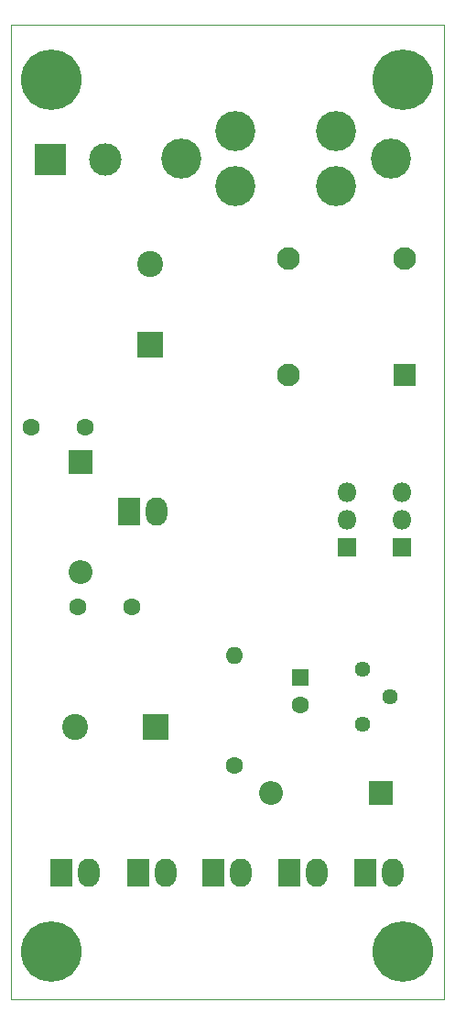
<source format=gts>
G04 #@! TF.FileFunction,Soldermask,Top*
%FSLAX46Y46*%
G04 Gerber Fmt 4.6, Leading zero omitted, Abs format (unit mm)*
G04 Created by KiCad (PCBNEW 4.0.7) date 03/19/18 23:16:35*
%MOMM*%
%LPD*%
G01*
G04 APERTURE LIST*
%ADD10C,0.100000*%
%ADD11C,2.100000*%
%ADD12R,2.100000X2.100000*%
%ADD13C,1.600000*%
%ADD14R,2.400000X2.400000*%
%ADD15C,2.400000*%
%ADD16R,1.600000X1.600000*%
%ADD17R,2.200000X2.200000*%
%ADD18O,2.200000X2.200000*%
%ADD19R,3.000000X3.000000*%
%ADD20C,3.000000*%
%ADD21R,2.000000X2.600000*%
%ADD22O,2.000000X2.600000*%
%ADD23O,1.600000X1.600000*%
%ADD24C,1.440000*%
%ADD25R,1.800000X1.800000*%
%ADD26O,1.800000X1.800000*%
%ADD27C,3.700000*%
%ADD28C,5.600000*%
G04 APERTURE END LIST*
D10*
X159800000Y-142400000D02*
X119800000Y-142400000D01*
X159800000Y-52400000D02*
X159800000Y-142400000D01*
X119800000Y-52400000D02*
X159800000Y-52400000D01*
X119800000Y-142400000D02*
X119800000Y-52400000D01*
D11*
X145400000Y-74000000D03*
X145400000Y-84800000D03*
D12*
X156200000Y-84800000D03*
D11*
X156200000Y-74000000D03*
D13*
X126600000Y-89600000D03*
X121600000Y-89600000D03*
D14*
X132600000Y-82000000D03*
D15*
X132600000Y-74500000D03*
D16*
X146500000Y-112700000D03*
D13*
X146500000Y-115200000D03*
X130950000Y-106150000D03*
X125950000Y-106150000D03*
D14*
X133150000Y-117250000D03*
D15*
X125650000Y-117250000D03*
D17*
X126200000Y-92800000D03*
D18*
X126200000Y-102960000D03*
D17*
X154000000Y-123325000D03*
D18*
X143840000Y-123325000D03*
D19*
X123400000Y-64900000D03*
D20*
X128480000Y-64900000D03*
D21*
X131500000Y-130700000D03*
D22*
X134040000Y-130700000D03*
D21*
X138500000Y-130700000D03*
D22*
X141040000Y-130700000D03*
D21*
X145500000Y-130700000D03*
D22*
X148040000Y-130700000D03*
D21*
X152500000Y-130700000D03*
D22*
X155040000Y-130700000D03*
D21*
X124400000Y-130700000D03*
D22*
X126940000Y-130700000D03*
D13*
X140450000Y-120825000D03*
D23*
X140450000Y-110665000D03*
D24*
X152300000Y-116980000D03*
X154840000Y-114440000D03*
X152300000Y-111900000D03*
D25*
X150850000Y-100650000D03*
D26*
X150850000Y-98110000D03*
X150850000Y-95570000D03*
D25*
X155900000Y-100650000D03*
D26*
X155900000Y-98110000D03*
X155900000Y-95570000D03*
D27*
X135500000Y-64800000D03*
X154900000Y-64800000D03*
X140540000Y-67360000D03*
X140540000Y-62250000D03*
X149860000Y-67340000D03*
X149860000Y-62240000D03*
D28*
X156000000Y-57500000D03*
X123500000Y-57500000D03*
X156000000Y-138000000D03*
X123500000Y-138000000D03*
D21*
X130700000Y-97400000D03*
D22*
X133240000Y-97400000D03*
M02*

</source>
